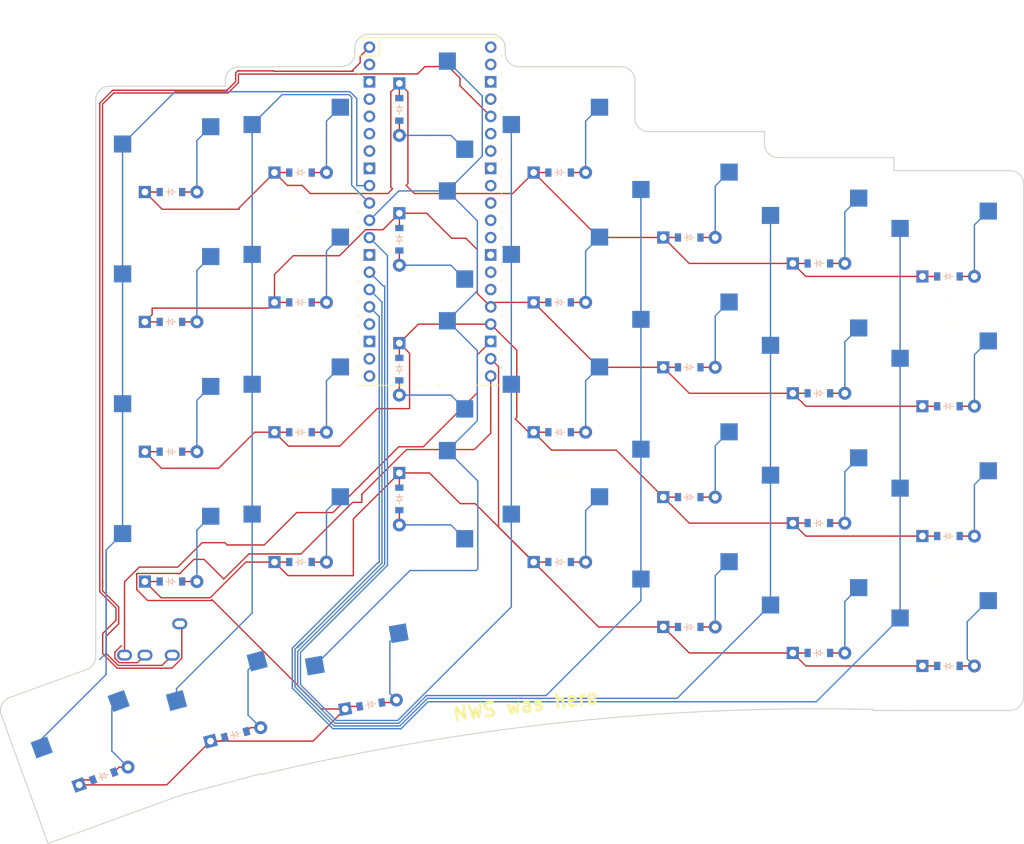
<source format=kicad_pcb>
(kicad_pcb (version 20241229) (generator "pcbnew") (generator_version "9.0")
  (title_block (title "right") (date "2025-08-21") (rev "v1.0.0") (company "Unknown"))
  (layers (0 "F.Cu" signal) (2 "B.Cu" signal) (13 "F.Paste" user) (15 "B.Paste" user) (5 "F.SilkS" user "F.Silkscreen") (7 "B.SilkS" user "B.Silkscreen") (1 "F.Mask" user) (3 "B.Mask" user) (25 "Edge.Cuts" user))
  (net 0 "")
  (net 1 "GP12")
  (net 2 "mirror_reachy_bottom")
  (net 3 "mirror_reachy_home")
  (net 4 "mirror_reachy_top")
  (net 5 "mirror_reachy_num")
  (net 6 "GP11")
  (net 7 "mirror_outer_bottom")
  (net 8 "mirror_outer_home")
  (net 9 "mirror_outer_top")
  (net 10 "mirror_outer_num")
  (net 11 "GP10")
  (net 12 "mirror_pinky_bottom")
  (net 13 "mirror_pinky_home")
  (net 14 "mirror_pinky_top")
  (net 15 "mirror_pinky_num")
  (net 16 "GP9")
  (net 17 "mirror_ring_bottom")
  (net 18 "mirror_ring_home")
  (net 19 "mirror_ring_top")
  (net 20 "mirror_ring_num")
  (net 21 "GP7")
  (net 22 "mirror_index_bottom")
  (net 23 "mirror_index_home")
  (net 24 "mirror_index_top")
  (net 25 "mirror_index_num")
  (net 26 "GP6")
  (net 27 "mirror_inner_bottom")
  (net 28 "mirror_inner_home")
  (net 29 "mirror_inner_top")
  (net 30 "mirror_inner_num")
  (net 31 "GP8")
  (net 32 "mirror_tuck_only")
  (net 33 "mirror_center_only")
  (net 34 "mirror_reach_only")
  (net 35 "mirror_middle_bottom")
  (net 36 "mirror_middle_home")
  (net 37 "mirror_middle_top")
  (net 38 "mirror_middle_num")
  (net 39 "GP17")
  (net 40 "GP18")
  (net 41 "GP19")
  (net 42 "GP20")
  (net 43 "GP16")
  (net 44 "3V3")
  (net 45 "GP0")
  (net 46 "GP1")
  (net 47 "GND")
  (net 48 "GP2")
  (net 49 "GP3")
  (net 50 "GP4")
  (net 51 "GP5")
  (net 52 "GP13")
  (net 53 "GP14")
  (net 54 "GP15")
  (net 55 "GP21")
  (net 56 "GP22")
  (net 57 "GP26")
  (net 58 "GP27")
  (net 59 "GP28")
  (net 60 "RUN")
  (net 61 "ADC_VREF")
  (net 62 "3V3_EN")
  (net 63 "VSYS")
  (net 64 "VBUS")
  (net 65 "AGND")
  (footprint "HOLE_M2_TH" (layer "F.Cu") (at 319 175.235)
    (property "Reference" "")
    (property "Value" "")
  )
  (footprint "ComboDiode" (layer "F.Cu") (at 281 189.26)
    (property "Reference" "D17" (hide yes))
    (property "Value" "" (hide yes))
  )
  (footprint "MX" (layer "F.Cu") (at 300 179.9975 -90)
    (property "Reference" "S28" (hide yes))
    (property "Value" "" (hide yes))
  )
  (footprint "HOLE_M2_TH" (layer "F.Cu") (at 281 175.235)
    (property "Reference" "")
    (property "Value" "")
  )
  (footprint "ComboDiode" (layer "F.Cu") (at 291.306417 210.146635 10)
    (property "Reference" "D25" (hide yes))
    (property "Value" "" (hide yes))
  )
  (footprint "MX" (layer "F.Cu") (at 338 194.285)
    (property "Reference" "S9" (hide yes))
    (property "Value" "" (hide yes))
  )
  (footprint "MX" (layer "F.Cu") (at 290.525 205.715 10)
    (property "Reference" "S25" (hide yes))
    (property "Value" "" (hide yes))
  )
  (footprint "ComboDiode" (layer "F.Cu") (at 271.486443 214.540617 15)
    (property "Reference" "D26" (hide yes))
    (property "Value" "" (hide yes))
  )
  (footprint "ComboDiode" (layer "F.Cu") (at 262 134.9675)
    (property "Reference" "D24" (hide yes))
    (property "Value" "" (hide yes))
  )
  (footprint "ComboDiode" (layer "F.Cu") (at 338 198.785)
    (property "Reference" "D9" (hide yes))
    (property "Value" "" (hide yes))
  )
  (footprint "ComboDiode" (layer "F.Cu") (at 338 160.685)
    (property "Reference" "D11" (hide yes))
    (property "Value" "" (hide yes))
  )
  (footprint "ComboDiode" (layer "F.Cu") (at 376 185.45)
    (property "Reference" "D2" (hide yes))
    (property "Value" "" (hide yes))
  )
  (footprint "ComboDiode" (layer "F.Cu") (at 262 154.0175)
    (property "Reference" "D23" (hide yes))
    (property "Value" "" (hide yes))
  )
  (footprint "MX" (layer "F.Cu") (at 319 146.66)
    (property "Reference" "S15" (hide yes))
    (property "Value" "" (hide yes))
  )
  (footprint "MX" (layer "F.Cu") (at 357 159.995)
    (property "Reference" "S7" (hide yes))
    (property "Value" "" (hide yes))
  )
  (footprint "ComboDiode" (layer "F.Cu") (at 295.5 179.9975 -90)
    (property "Reference" "D28" (hide yes))
    (property "Value" "" (hide yes))
  )
  (footprint "ComboDiode" (layer "F.Cu") (at 357 183.545)
    (property "Reference" "D6" (hide yes))
    (property "Value" "" (hide yes))
  )
  (footprint "MX" (layer "F.Cu") (at 262 130.4675)
    (property "Reference" "S24" (hide yes))
    (property "Value" "" (hide yes))
  )
  (footprint "MX" (layer "F.Cu") (at 319 127.61)
    (property "Reference" "S16" (hide yes))
    (property "Value" "" (hide yes))
  )
  (footprint "MX" (layer "F.Cu") (at 262 149.5175)
    (property "Reference" "S23" (hide yes))
    (property "Value" "" (hide yes))
  )
  (footprint "ComboDiode" (layer "F.Cu") (at 295.5 141.8975 -90)
    (property "Reference" "D30" (hide yes))
    (property "Value" "" (hide yes))
  )
  (footprint "MX" (layer "F.Cu") (at 376 180.95)
    (property "Reference" "S2" (hide yes))
    (property "Value" "" (hide yes))
  )
  (footprint "ComboDiode" (layer "F.Cu") (at 357 145.445)
    (property "Reference" "D8" (hide yes))
    (property "Value" "" (hide yes))
  )
  (footprint "MX" (layer "F.Cu") (at 319 165.71)
    (property "Reference" "S14" (hide yes))
    (property "Value" "" (hide yes))
  )
  (footprint "ComboDiode" (layer "F.Cu") (at 376 166.4)
    (property "Reference" "D3" (hide yes))
    (property "Value" "" (hide yes))
  )
  (footprint "MX" (layer "F.Cu") (at 376 200)
    (property "Reference" "S1" (hide yes))
    (property "Value" "" (hide yes))
  )
  (footprint "ComboDiode" (layer "F.Cu") (at 262 173.0675)
    (property "Reference" "D22" (hide yes))
    (property "Value" "" (hide yes))
  )
  (footprint "HOLE_M2_TH" (layer "F.Cu") (at 281 137.135)
    (property "Reference" "")
    (property "Value" "")
  )
  (footprint "ComboDiode" (layer "F.Cu") (at 295.5 122.8475 -90)
    (property "Reference" "D31" (hide yes))
    (property "Value" "" (hide yes))
  )
  (footprint "ComboDiode" (layer "F.Cu") (at 281 132.11)
    (property "Reference" "D20" (hide yes))
    (property "Value" "" (hide yes))
  )
  (footprint "MX" (layer "F.Cu") (at 281 165.71)
    (property "Reference" "S18" (hide yes))
    (property "Value" "" (hide yes))
  )
  (footprint "MX" (layer "F.Cu") (at 319 184.76)
    (property "Reference" "S13" (hide yes))
    (property "Value" "" (hide yes))
  )
  (footprint "MX" (layer "F.Cu") (at 357 198.095)
    (property "Reference" "S5" (hide yes))
    (property "Value" "" (hide yes))
  )
  (footprint "ComboDiode" (layer "F.Cu") (at 338 179.735)
    (property "Reference" "D10" (hide yes))
    (property "Value" "" (hide yes))
  )
  (footprint "MX" (layer "F.Cu") (at 281 127.61)
    (property "Reference" "S20" (hide yes))
    (property "Value" "" (hide yes))
  )
  (footprint "MX" (layer "F.Cu") (at 300 122.8475 -90)
    (property "Reference" "S31" (hide yes))
    (property "Value" "" (hide yes))
  )
  (footprint "ComboDiode" (layer "F.Cu") (at 295.5 160.9475 -90)
    (property "Reference" "D29" (hide yes))
    (property "Value" "" (hide yes))
  )
  (footprint "MX" (layer "F.Cu") (at 250.585761 216.416687 20)
    (property "Reference" "S27" (hide yes))
    (property "Value" "" (hide yes))
  )
  (footprint "ComboDiode" (layer "F.Cu") (at 319 189.26)
    (property "Reference" "D13" (hide yes))
    (property "Value" "" (hide yes))
  )
  (footprint "MX" (layer "F.Cu") (at 376 161.9)
    (property "Reference" "S3" (hide yes))
    (property "Value" "" (hide yes))
  )
  (footprint "MX" (layer "F.Cu") (at 338 156.185)
    (property "Reference" "S11" (hide yes))
    (property "Value" "" (hide yes))
  )
  (footprint "MX" (layer "F.Cu") (at 338 175.235)
    (property "Reference" "S10" (hide yes))
    (property "Value" "" (hide yes))
  )
  (footprint "ComboDiode" (layer "F.Cu") (at 281 170.21)
    (property "Reference" "D18" (hide yes))
    (property "Value" "" (hide yes))
  )
  (footprint "MX" (layer "F.Cu") (at 262 187.6175)
    (property "Reference" "S21" (hide yes))
    (property "Value" "" (hide yes))
  )
  (footprint "MX" (layer "F.Cu") (at 300 141.8975 -90)
    (property "Reference" "S30" (hide yes))
    (property "Value" "" (hide yes))
  )
  (footprint "MX" (layer "F.Cu") (at 262 168.5675)
    (property "Reference" "S22" (hide yes))
    (property "Value" "" (hide yes))
  )
  (footprint "ComboDiode" (layer "F.Cu") (at 338 141.635)
    (property "Reference" "D12" (hide yes))
    (property "Value" "" (hide yes))
  )
  (footprint "HOLE_M2_TH" (layer "F.Cu") (at 376 152.375)
    (property "Reference" "")
    (property "Value" "")
  )
  (footprint "ComboDiode" (layer "F.Cu") (at 262 192.1175)
    (property "Reference" "D21" (hide yes))
    (property "Value" "" (hide yes))
  )
  (footprint "ComboDiode" (layer "F.Cu") (at 319 170.21)
    (property "Reference" "D14" (hide yes))
    (property "Value" "" (hide yes))
  )
  (footprint "MX" (layer "F.Cu") (at 270.321758 210.193951 15)
    (property "Reference" "S26" (hide yes))
    (property "Value" "" (hide yes))
  )
  (footprint "ComboDiode" (layer "F.Cu") (at 281 151.16)
    (property "Reference" "D19" (hide yes))
    (property "Value" "" (hide yes))
  )
  (footprint "ComboDiode" (layer "F.Cu") (at 357 164.495)
    (property "Reference" "D7" (hide yes))
    (property "Value" "" (hide yes))
  )
  (footprint "MX" (layer "F.Cu") (at 281 184.76)
    (property "Reference" "S17" (hide yes))
    (property "Value" "" (hide yes))
  )
  (footprint "ComboDiode" (layer "F.Cu") (at 357 202.595)
    (property "Reference" "D5" (hide yes))
    (property "Value" "" (hide yes))
  )
  (footprint "HOLE_M2_TH" (layer "F.Cu") (at 260.83943 216.739174 20)
    (property "Reference" "")
    (property "Value" "")
  )
  (footprint "MX" (layer "F.Cu") (at 338 137.135)
    (property "Reference" "S12" (hide yes))
    (property "Value" "" (hide yes))
  )
  (footprint "MX" (layer "F.Cu") (at 281 146.66)
    (property "Reference" "S19" (hide yes))
    (property "Value" "" (hide yes))
  )
  (footprint "ComboDiode" (layer "F.Cu") (at 319 151.16)
    (property "Reference" "D15" (hide yes))
    (property "Value" "" (hide yes))
  )
  (footprint "HOLE_M2_TH" (layer "F.Cu") (at 376 190.475)
    (property "Reference" "")
    (property "Value" "")
  )
  (footprint "ComboDiode" (layer "F.Cu") (at 376 204.5)
    (property "Reference" "D1" (hide yes))
    (property "Value" "" (hide yes))
  )
  (footprint "ComboDiode" (layer "F.Cu") (at 376 147.35)
    (property "Reference" "D4" (hide yes))
    (property "Value" "" (hide yes))
  )
  (footprint "MX" (layer "F.Cu") (at 357 179.045)
    (property "Reference" "S6" (hide yes))
    (property "Value" "" (hide yes))
  )
  (footprint "MX" (layer "F.Cu") (at 300 160.9475 -90)
    (property "Reference" "S29" (hide yes))
    (property "Value" "" (hide yes))
  )
  (footprint "ComboDiode" (layer "F.Cu") (at 252.124852 220.645304 20)
    (property "Reference" "D27" (hide yes))
    (property "Value" "" (hide yes))
  )
  (footprint "RPi_Pico_SMD_TH" (layer "F.Cu") (at 300 137.8475)
    (property "Reference" "_1" (hide yes))
    (property "Value" "RPi_Pico_SMD_TH")
  )
  (footprint "ComboDiode" (layer "F.Cu") (at 319 132.11)
    (property "Reference" "D16" (hide yes))
    (property "Value" "" (hide yes))
  )
  (footprint "MX" (layer "F.Cu") (at 357 140.945)
    (property "Reference" "S8" (hide yes))
    (property "Value" "" (hide yes))
  )
  (footprint "MX" (layer "F.Cu") (at 376 142.85)
    (property "Reference" "S4" (hide yes))
    (property "Value" "" (hide yes))
  )
  (footprint "ceoloide:trrs_pj320a" (layer "B.Cu") (at 252 200.6175 90)
    (property "Reference" "TRRS1" (hide yes))
    (property "Value" "")
  )
  (gr_line (start 368.025 131.825) (end 368.025 129.92) (stroke (width 0.15)) (layer "Edge.Cuts"))
  (gr_arc (start 250.975 203.14204) (mid 250.613289 204.289175) (end 249.65904 205.021426) (stroke (width 0.15)) (layer "Edge.Cuts"))
  (gr_line (start 269.975 118.585) (end 269.975 119.4425) (stroke (width 0.15)) (layer "Edge.Cuts"))
  (gr_line (start 330.025 124.11) (end 330.025 118.585) (stroke (width 0.15)) (layer "Edge.Cuts"))
  (gr_arc (start 351.025 129.92) (mid 349.610786 129.334214) (end 349.025 127.92) (stroke (width 0.15)) (layer "Edge.Cuts"))
  (gr_line (start 249.65904 205.021426) (end 238.334263 209.143307) (stroke (width 0.15)) (layer "Edge.Cuts"))
  (gr_arc (start 385.025 131.825) (mid 386.439214 132.410786) (end 387.025 133.825) (stroke (width 0.15)) (layer "Edge.Cuts"))
  (gr_line (start 250.975 203.14204) (end 250.975 121.4425) (stroke (width 0.15)) (layer "Edge.Cuts"))
  (gr_line (start 364.975 210.878445) (end 364.975 211.025) (stroke (width 0.15)) (layer "Edge.Cuts"))
  (gr_line (start 311.025 114.585) (end 311.025 113.8225) (stroke (width 0.15)) (layer "Edge.Cuts"))
  (gr_line (start 263.636354 223.399219) (end 275.199969 220.300758) (stroke (width 0.15)) (layer "Edge.Cuts"))
  (gr_arc (start 328.025 116.585) (mid 329.439214 117.170786) (end 330.025 118.585) (stroke (width 0.15)) (layer "Edge.Cuts"))
  (gr_line (start 364.975 211.025) (end 369.848094 211.025) (stroke (width 0.15)) (layer "Edge.Cuts"))
  (gr_line (start 243.996422 230.54757) (end 263.636354 223.399219) (stroke (width 0.15)) (layer "Edge.Cuts"))
  (gr_line (start 269.975 119.4425) (end 252.975 119.4425) (stroke (width 0.15)) (layer "Edge.Cuts"))
  (gr_arc (start 369.848094 211.025) (mid 370.0674 211.033193) (end 370.286701 211.041524) (stroke (width 0.15)) (layer "Edge.Cuts"))
  (gr_arc (start 313.025 116.585) (mid 311.610786 115.999214) (end 311.025 114.585) (stroke (width 0.15)) (layer "Edge.Cuts"))
  (gr_line (start 387.025 209.025) (end 387.025 133.825) (stroke (width 0.15)) (layer "Edge.Cuts"))
  (gr_arc (start 269.975 118.585) (mid 270.560786 117.170786) (end 271.975 116.585) (stroke (width 0.15)) (layer "Edge.Cuts"))
  (gr_line (start 288.975 113.8225) (end 288.975 114.585) (stroke (width 0.15)) (layer "Edge.Cuts"))
  (gr_arc (start 288.975 114.585) (mid 288.389214 115.999214) (end 286.975 116.585) (stroke (width 0.15)) (layer "Edge.Cuts"))
  (gr_line (start 309.025 111.8225) (end 290.975 111.8225) (stroke (width 0.15)) (layer "Edge.Cuts"))
  (gr_arc (start 275.225539 220.445772) (mid 319.790574 212.75691) (end 364.975 210.878445) (stroke (width 0.15)) (layer "Edge.Cuts"))
  (gr_line (start 368.025 129.92) (end 351.025 129.92) (stroke (width 0.15)) (layer "Edge.Cuts"))
  (gr_line (start 385.025 131.825) (end 368.025 131.825) (stroke (width 0.15)) (layer "Edge.Cuts"))
  (gr_line (start 349.025 127.92) (end 349.025 126.11) (stroke (width 0.15)) (layer "Edge.Cuts"))
  (gr_line (start 286.975 116.585) (end 271.975 116.585) (stroke (width 0.15)) (layer "Edge.Cuts"))
  (gr_line (start 349.025 126.11) (end 332.025 126.11) (stroke (width 0.15)) (layer "Edge.Cuts"))
  (gr_line (start 370.286701 211.041524) (end 370.283787 211.025) (stroke (width 0.15)) (layer "Edge.Cuts"))
  (gr_line (start 237.138918 211.706733) (end 243.996422 230.54757) (stroke (width 0.15)) (layer "Edge.Cuts"))
  (gr_arc (start 387.025 209.025) (mid 386.439214 210.439214) (end 385.025 211.025) (stroke (width 0.15)) (layer "Edge.Cuts"))
  (gr_arc (start 309.025 111.8225) (mid 310.439214 112.408286) (end 311.025 113.8225) (stroke (width 0.15)) (layer "Edge.Cuts"))
  (gr_line (start 370.283787 211.025) (end 385.025 211.025) (stroke (width 0.15)) (layer "Edge.Cuts"))
  (gr_arc (start 250.975 121.4425) (mid 251.560786 120.028286) (end 252.975 119.4425) (stroke (width 0.15)) (layer "Edge.Cuts"))
  (gr_arc (start 237.138918 211.706733) (mid 237.205692 210.177461) (end 238.334263 209.143307) (stroke (width 0.15)) (layer "Edge.Cuts"))
  (gr_line (start 275.199969 220.300758) (end 275.225539 220.445772) (stroke (width 0.15)) (layer "Edge.Cuts"))
  (gr_arc (start 332.025 126.11) (mid 330.610786 125.524214) (end 330.025 124.11) (stroke (width 0.15)) (layer "Edge.Cuts"))
  (gr_line (start 328.025 116.585) (end 313.025 116.585) (stroke (width 0.15)) (layer "Edge.Cuts"))
  (gr_arc (start 288.975 113.8225) (mid 289.560786 112.408286) (end 290.975 111.8225) (stroke (width 0.15)) (layer "Edge.Cuts"))
  (gr_text "NWS was here" (at 303.170538 211.608663 7) (layer "F.SilkS") (effects (font (size 2 2) (thickness 0.4)) (justify left)))
  (segment (start 279.797 201.8859) (end 292.28355 189.39935) (width 0.2) (layer "B.Cu") (net 1))
  (segment (start 314 209.75) (end 299.7013 209.75) (width 0.2) (layer "B.Cu") (net 1))
  (segment (start 368.915 140.31) (end 368.915 197.46) (width 0.2) (layer "B.Cu") (net 1))
  (segment (start 356.625 209.75) (end 314 209.75) (width 0.2) (layer "B.Cu") (net 1))
  (segment (start 368.915 197.46) (end 356.625 209.75) (width 0.2) (layer "B.Cu") (net 1))
  (segment (start 314 209.75) (end 312.25 209.75) (width 0.2) (layer "B.Cu") (net 1))
  (segment (start 295.7483 213.703) (end 285.7517 213.703) (width 0.2) (layer "B.Cu") (net 1))
  (segment (start 279.797 207.7483) (end 279.797 201.8859) (width 0.2) (layer "B.Cu") (net 1))
  (segment (start 292.28355 189.39935) (end 292.39935 189.39935) (width 0.2) (layer "B.Cu") (net 1))
  (segment (start 292.547 189.2517) (end 292.547 153.2545) (width 0.2) (layer "B.Cu") (net 1))
  (segment (start 292.39935 189.39935) (end 292.547 189.2517) (width 0.2) (layer "B.Cu") (net 1))
  (segment (start 292.547 153.2545) (end 291.11 151.8175) (width 0.2) (layer "B.Cu") (net 1))
  (segment (start 285.7517 213.703) (end 279.797 207.7483) (width 0.2) (layer "B.Cu") (net 1))
  (segment (start 299.7013 209.75) (end 295.7483 213.703) (width 0.2) (layer "B.Cu") (net 1))
  (segment (start 379.81 204.5) (end 377.65 204.5) (width 0.2) (layer "F.Cu") (net 2))
  (segment (start 381.842 194.92) (end 378.762 198) (width 0.2) (layer "B.Cu") (net 2))
  (segment (start 378.762 203.452) (end 379.81 204.5) (width 0.2) (layer "B.Cu") (net 2))
  (segment (start 378.762 198) (end 378.762 203.452) (width 0.2) (layer "B.Cu") (net 2))
  (segment (start 379.81 185.45) (end 377.65 185.45) (width 0.2) (layer "F.Cu") (net 3))
  (segment (start 381.842 175.87) (end 379.81 177.902) (width 0.2) (layer "B.Cu") (net 3))
  (segment (start 379.81 177.902) (end 379.81 185.45) (width 0.2) (layer "B.Cu") (net 3))
  (segment (start 379.81 166.4) (end 377.65 166.4) (width 0.2) (layer "F.Cu") (net 4))
  (segment (start 381.842 156.82) (end 379.81 158.852) (width 0.2) (layer "B.Cu") (net 4))
  (segment (start 379.81 158.852) (end 379.81 166.4) (width 0.2) (layer "B.Cu") (net 4))
  (segment (start 379.81 147.35) (end 377.65 147.35) (width 0.2) (layer "F.Cu") (net 5))
  (segment (start 381.842 137.77) (end 379.81 139.802) (width 0.2) (layer "B.Cu") (net 5))
  (segment (start 379.81 139.802) (end 379.81 147.35) (width 0.2) (layer "B.Cu") (net 5))
  (segment (start 280.5 201.75) (end 280.6158 201.75) (width 0.2) (layer "B.Cu") (net 6))
  (segment (start 349.915 195.555) (end 336.22 209.25) (width 0.2) (layer "B.Cu") (net 6))
  (segment (start 314.25 209.25) (end 312.5 209.25) (width 0.2) (layer "B.Cu") (net 6))
  (segment (start 299.6342 209.25) (end 295.5822 213.302) (width 0.2) (layer "B.Cu") (net 6))
  (segment (start 292.948 151.1155) (end 291.11 149.2775) (width 0.2) (layer "B.Cu") (net 6))
  (segment (start 280.5 201.75) (end 281.25 201) (width 0.2) (layer "B.Cu") (net 6))
  (segment (start 280.198 202.052) (end 280.5 201.75) (width 0.2) (layer "B.Cu") (net 6))
  (segment (start 295.5822 213.302) (end 289.5 213.302) (width 0.2) (layer "B.Cu") (net 6))
  (segment (start 280.198 207.5822) (end 280.198 202.052) (width 0.2) (layer "B.Cu") (net 6))
  (segment (start 289.5 213.302) (end 285.9178 213.302) (width 0.2) (layer "B.Cu") (net 6))
  (segment (start 336.22 209.25) (end 314.25 209.25) (width 0.2) (layer "B.Cu") (net 6))
  (segment (start 314.25 209.25) (end 299.6342 209.25) (width 0.2) (layer "B.Cu") (net 6))
  (segment (start 285.9178 213.302) (end 280.198 207.5822) (width 0.2) (layer "B.Cu") (net 6))
  (segment (start 292.948 189.4178) (end 292.948 151.1155) (width 0.2) (layer "B.Cu") (net 6))
  (segment (start 280.6158 201.75) (end 292.948 189.4178) (width 0.2) (layer "B.Cu") (net 6))
  (segment (start 349.915 138.405) (end 349.915 195.555) (width 0.2) (layer "B.Cu") (net 6))
  (segment (start 360.81 202.595) (end 358.65 202.595) (width 0.2) (layer "F.Cu") (net 7))
  (segment (start 360.81 195.047) (end 360.81 202.595) (width 0.2) (layer "B.Cu") (net 7))
  (segment (start 362.842 193.015) (end 360.81 195.047) (width 0.2) (layer "B.Cu") (net 7))
  (segment (start 360.81 183.545) (end 358.65 183.545) (width 0.2) (layer "F.Cu") (net 8))
  (segment (start 362.842 173.965) (end 360.81 175.997) (width 0.2) (layer "B.Cu") (net 8))
  (segment (start 360.81 175.997) (end 360.81 183.545) (width 0.2) (layer "B.Cu") (net 8))
  (segment (start 360.81 164.495) (end 358.65 164.495) (width 0.2) (layer "F.Cu") (net 9))
  (segment (start 362.842 154.915) (end 360.81 156.947) (width 0.2) (layer "B.Cu") (net 9))
  (segment (start 360.81 156.947) (end 360.81 164.495) (width 0.2) (layer "B.Cu") (net 9))
  (segment (start 360.81 145.445) (end 358.65 145.445) (width 0.2) (layer "F.Cu") (net 10))
  (segment (start 362.842 135.865) (end 360.81 137.897) (width 0.2) (layer "B.Cu") (net 10))
  (segment (start 360.81 137.897) (end 360.81 145.445) (width 0.2) (layer "B.Cu") (net 10))
  (segment (start 313.5 208.849) (end 299.4681 208.849) (width 0.2) (layer "B.Cu") (net 11))
  (segment (start 330.915 194.934) (end 317 208.849) (width 0.2) (layer "B.Cu") (net 11))
  (segment (start 330.915 134.595) (end 330.915 191.745) (width 0.2) (layer "B.Cu") (net 11))
  (segment (start 295.4161 212.901) (end 286.0839 212.901) (width 0.2) (layer "B.Cu") (net 11))
  (segment (start 293.349 148.75) (end 293.1225 148.75) (width 0.2) (layer "B.Cu") (net 11))
  (segment (start 293.349 189.5839) (end 293.349 148.75) (width 0.2) (layer "B.Cu") (net 11))
  (segment (start 280.599 202.3339) (end 293.349 189.5839) (width 0.2) (layer "B.Cu") (net 11))
  (segment (start 286.0839 212.901) (end 280.599 207.4161) (width 0.2) (layer "B.Cu") (net 11))
  (segment (start 299.4681 208.849) (end 295.4161 212.901) (width 0.2) (layer "B.Cu") (net 11))
  (segment (start 330.915 191.745) (end 330.915 194.934) (width 0.2) (layer "B.Cu") (net 11))
  (segment (start 293.1225 148.75) (end 291.11 146.7375) (width 0.2) (layer "B.Cu") (net 11))
  (segment (start 313.5 208.849) (end 313 208.849) (width 0.2) (layer "B.Cu") (net 11))
  (segment (start 317 208.849) (end 313.5 208.849) (width 0.2) (layer "B.Cu") (net 11))
  (segment (start 280.599 207.4161) (end 280.599 202.3339) (width 0.2) (layer "B.Cu") (net 11))
  (segment (start 341.81 198.785) (end 339.65 198.785) (width 0.2) (layer "F.Cu") (net 12))
  (segment (start 343.842 189.205) (end 341.81 191.237) (width 0.2) (layer "B.Cu") (net 12))
  (segment (start 341.81 191.237) (end 341.81 198.785) (width 0.2) (layer "B.Cu") (net 12))
  (segment (start 341.81 179.735) (end 339.65 179.735) (width 0.2) (layer "F.Cu") (net 13))
  (segment (start 343.842 170.155) (end 341.81 172.187) (width 0.2) (layer "B.Cu") (net 13))
  (segment (start 341.81 172.187) (end 341.81 179.735) (width 0.2) (layer "B.Cu") (net 13))
  (segment (start 341.81 160.685) (end 339.65 160.685) (width 0.2) (layer "F.Cu") (net 14))
  (segment (start 343.842 151.105) (end 341.81 153.137) (width 0.2) (layer "B.Cu") (net 14))
  (segment (start 341.81 153.137) (end 341.81 160.685) (width 0.2) (layer "B.Cu") (net 14))
  (segment (start 341.81 141.635) (end 339.65 141.635) (width 0.2) (layer "F.Cu") (net 15))
  (segment (start 343.842 132.055) (end 341.81 134.087) (width 0.2) (layer "B.Cu") (net 15))
  (segment (start 341.81 134.087) (end 341.81 141.635) (width 0.2) (layer "B.Cu") (net 15))
  (segment (start 295.25 212.5) (end 286.25 212.5) (width 0.2) (layer "B.Cu") (net 16))
  (segment (start 311.915 195.835) (end 295.25 212.5) (width 0.2) (layer "B.Cu") (net 16))
  (segment (start 293.75 144.2975) (end 291.11 141.6575) (width 0.2) (layer "B.Cu") (net 16))
  (segment (start 311.915 182.22) (end 311.915 195.835) (width 0.2) (layer "B.Cu") (net 16))
  (segment (start 286.25 212.5) (end 281 207.25) (width 0.2) (layer "B.Cu") (net 16))
  (segment (start 281 207.25) (end 281 202.5) (width 0.2) (layer "B.Cu") (net 16))
  (segment (start 281 202.5) (end 293.75 189.75) (width 0.2) (layer "B.Cu") (net 16))
  (segment (start 311.915 125.07) (end 311.915 182.22) (width 0.2) (layer "B.Cu") (net 16))
  (segment (start 293.75 189.75) (end 293.75 144.2975) (width 0.2) (layer "B.Cu") (net 16))
  (segment (start 322.81 189.26) (end 320.65 189.26) (width 0.2) (layer "F.Cu") (net 17))
  (segment (start 324.842 179.68) (end 322.81 181.712) (width 0.2) (layer "B.Cu") (net 17))
  (segment (start 322.81 181.712) (end 322.81 189.26) (width 0.2) (layer "B.Cu") (net 17))
  (segment (start 322.81 170.21) (end 320.65 170.21) (width 0.2) (layer "F.Cu") (net 18))
  (segment (start 322.81 162.662) (end 322.81 170.21) (width 0.2) (layer "B.Cu") (net 18))
  (segment (start 324.842 160.63) (end 322.81 162.662) (width 0.2) (layer "B.Cu") (net 18))
  (segment (start 322.81 151.16) (end 320.65 151.16) (width 0.2) (layer "F.Cu") (net 19))
  (segment (start 324.842 141.58) (end 322.81 143.612) (width 0.2) (layer "B.Cu") (net 19))
  (segment (start 322.81 143.612) (end 322.81 151.16) (width 0.2) (layer "B.Cu") (net 19))
  (segment (start 322.81 132.11) (end 320.65 132.11) (width 0.2) (layer "F.Cu") (net 20))
  (segment (start 324.842 122.53) (end 322.81 124.562) (width 0.2) (layer "B.Cu") (net 20))
  (segment (start 322.81 124.562) (end 322.81 132.11) (width 0.2) (layer "B.Cu") (net 20))
  (segment (start 273.915 196.733464) (end 262.820773 207.827691) (width 0.2) (layer "B.Cu") (net 21))
  (segment (start 288.5 133.9675) (end 291.11 136.5775) (width 0.2) (layer "B.Cu") (net 21))
  (segment (start 273.915 125.07) (end 278.306 120.679) (width 0.2) (layer "B.Cu") (net 21))
  (segment (start 278.306 120.679) (end 288.118 120.679) (width 0.2) (layer "B.Cu") (net 21))
  (segment (start 288.118 120.679) (end 288.5 121.061) (width 0.2) (layer "B.Cu") (net 21))
  (segment (start 273.915 182.22) (end 273.915 196.733464) (width 0.2) (layer "B.Cu") (net 21))
  (segment (start 273.915 125.07) (end 273.915 182.22) (width 0.2) (layer "B.Cu") (net 21))
  (segment (start 288.5 121.061) (end 288.5 133.9675) (width 0.2) (layer "B.Cu") (net 21))
  (segment (start 262.820773 207.827691) (end 262.820773 209.574232) (width 0.2) (layer "B.Cu") (net 21))
  (segment (start 284.81 189.26) (end 282.65 189.26) (width 0.2) (layer "F.Cu") (net 22))
  (segment (start 286.842 179.68) (end 284.81 181.712) (width 0.2) (layer "B.Cu") (net 22))
  (segment (start 284.81 181.712) (end 284.81 189.26) (width 0.2) (layer "B.Cu") (net 22))
  (segment (start 282.65 170.21) (end 284.81 170.21) (width 0.2) (layer "F.Cu") (net 23))
  (segment (start 286.842 160.63) (end 284.81 162.662) (width 0.2) (layer "B.Cu") (net 23))
  (segment (start 284.81 162.662) (end 284.81 170.21) (width 0.2) (layer "B.Cu") (net 23))
  (segment (start 284.81 151.16) (end 282.65 151.16) (width 0.2) (layer "F.Cu") (net 24))
  (segment (start 286.842 141.58) (end 284.81 143.612) (width 0.2) (layer "B.Cu") (net 24))
  (segment (start 284.81 143.612) (end 284.81 151.16) (width 0.2) (layer "B.Cu") (net 24))
  (segment (start 284.81 132.11) (end 282.65 132.11) (width 0.2) (layer "F.Cu") (net 25))
  (segment (start 284.81 124.562) (end 284.81 132.11) (width 0.2) (layer "B.Cu") (net 25))
  (segment (start 286.842 122.53) (end 284.81 124.562) (width 0.2) (layer "B.Cu") (net 25))
  (segment (start 252.5 202.618726) (end 251.566707 203.552019) (width 0.2) (layer "B.Cu") (net 26))
  (segment (start 254.915 127.9275) (end 254.915 185.0775) (width 0.2) (layer "B.Cu") (net 26))
  (segment (start 289.25 121.2439) (end 289.25 134) (width 0.2) (layer "B.Cu") (net 26))
  (segment (start 288.2561 120.25) (end 289.25 121.2439) (width 0.2) (layer "B.Cu") (net 26))
  (segment (start 252.5 205.75) (end 243.059308 215.190692) (width 0.2) (layer "B.Cu") (net 26))
  (segment (start 289.25 134) (end 289.2875 134.0375) (width 0.2) (layer "B.Cu") (net 26))
  (segment (start 243.059308 215.190692) (end 243.059308 216.45308) (width 0.2) (layer "B.Cu") (net 26))
  (segment (start 252.5 187.4925) (end 252.5 205.75) (width 0.2) (layer "B.Cu") (net 26))
  (segment (start 252.5 187.4925) (end 252.5 202.618726) (width 0.2) (layer "B.Cu") (net 26))
  (segment (start 254.915 127.9275) (end 262.5925 120.25) (width 0.2) (layer "B.Cu") (net 26))
  (segment (start 289.2875 134.0375) (end 291.11 134.0375) (width 0.2) (layer "B.Cu") (net 26))
  (segment (start 254.915 185.0775) (end 252.5 187.4925) (width 0.2) (layer "B.Cu") (net 26))
  (segment (start 262.5925 120.25) (end 288.2561 120.25) (width 0.2) (layer "B.Cu") (net 26))
  (segment (start 265.81 192.1175) (end 263.65 192.1175) (width 0.2) (layer "F.Cu") (net 27))
  (segment (start 265.81 184.5695) (end 265.81 192.1175) (width 0.2) (layer "B.Cu") (net 27))
  (segment (start 267.842 182.5375) (end 265.81 184.5695) (width 0.2) (layer "B.Cu") (net 27))
  (segment (start 265.81 173.0675) (end 263.65 173.0675) (width 0.2) (layer "F.Cu") (net 28))
  (segment (start 265.81 165.5195) (end 265.81 173.0675) (width 0.2) (layer "B.Cu") (net 28))
  (segment (start 267.842 163.4875) (end 265.81 165.5195) (width 0.2) (layer "B.Cu") (net 28))
  (segment (start 265.81 154.0175) (end 263.65 154.0175) (width 0.2) (layer "F.Cu") (net 29))
  (segment (start 265.81 146.4695) (end 265.81 154.0175) (width 0.2) (layer "B.Cu") (net 29))
  (segment (start 267.842 144.4375) (end 265.81 146.4695) (width 0.2) (layer "B.Cu") (net 29))
  (segment (start 265.81 134.9675) (end 263.65 134.9675) (width 0.2) (layer "F.Cu") (net 30))
  (segment (start 265.81 127.4195) (end 265.81 134.9675) (width 0.2) (layer "B.Cu") (net 30))
  (segment (start 267.842 125.3875) (end 265.81 127.4195) (width 0.2) (layer "B.Cu") (net 30))
  (segment (start 307.6485 129.704) (end 302.54 134.8125) (width 0.2) (layer "B.Cu") (net 31))
  (segment (start 302.54 134.8125) (end 306.931 139.2035) (width 0.2) (layer "B.Cu") (net 31))
  (segment (start 302.54 115.7625) (end 307.6485 120.871) (width 0.2) (layer "B.Cu") (net 31))
  (segment (start 302.54 153.8625) (end 306.931 158.2535) (width 0.2) (layer "B.Cu") (net 31))
  (segment (start 307.6485 120.871) (end 307.6485 129.704) (width 0.2) (layer "B.Cu") (net 31))
  (segment (start 302.54 134.8125) (end 295.415 134.8125) (width 0.2) (layer "B.Cu") (net 31))
  (segment (start 307 177.3725) (end 307 190.25) (width 0.2) (layer "B.Cu") (net 31))
  (segment (start 306.931 139.2035) (end 306.931 149.4715) (width 0.2) (layer "B.Cu") (net 31))
  (segment (start 306.931 168.5215) (end 302.54 172.9125) (width 0.2) (layer "B.Cu") (net 31))
  (segment (start 295.415 134.8125) (end 291.11 139.1175) (width 0.2) (layer "B.Cu") (net 31))
  (segment (start 307 190.25) (end 306.75 190.5) (width 0.2) (layer "B.Cu") (net 31))
  (segment (start 306.75 190.5) (end 297.050457 190.5) (width 0.2) (layer "B.Cu") (net 31))
  (segment (start 297.050457 190.5) (end 283.106571 204.443886) (width 0.2) (layer "B.Cu") (net 31))
  (segment (start 306.931 149.4715) (end 302.54 153.8625) (width 0.2) (layer "B.Cu") (net 31))
  (segment (start 302.54 172.9125) (end 307 177.3725) (width 0.2) (layer "B.Cu") (net 31))
  (segment (start 306.931 158.2535) (end 306.931 168.5215) (width 0.2) (layer "B.Cu") (net 31))
  (segment (start 292.93135 209.860116) (end 294.683454 209.860116) (width 0.2) (layer "F.Cu") (net 32))
  (segment (start 294.683454 209.860116) (end 295.058535 209.485035) (width 0.2) (layer "F.Cu") (net 32))
  (segment (start 295.396114 199.697724) (end 294.106035 200.987803) (width 0.2) (layer "B.Cu") (net 32))
  (segment (start 294.106035 208.532535) (end 295.058535 209.485035) (width 0.2) (layer "B.Cu") (net 32))
  (segment (start 294.106035 200.987803) (end 294.106035 208.532535) (width 0.2) (layer "B.Cu") (net 32))
  (segment (start 273.639271 213.554516) (end 275.16662 213.554516) (width 0.2) (layer "F.Cu") (net 33))
  (segment (start 273.080221 214.113566) (end 273.639271 213.554516) (width 0.2) (layer "F.Cu") (net 33))
  (segment (start 273.311409 211.699305) (end 275.16662 213.554516) (width 0.2) (layer "B.Cu") (net 33))
  (segment (start 274.649896 203.775027) (end 273.311409 205.113514) (width 0.2) (layer "B.Cu") (net 33))
  (segment (start 273.311409 205.113514) (end 273.311409 211.699305) (width 0.2) (layer "B.Cu") (net 33))
  (segment (start 254.414109 219.342207) (end 255.705081 219.342207) (width 0.2) (layer "F.Cu") (net 34))
  (segment (start 253.675345 220.080971) (end 254.414109 219.342207) (width 0.2) (layer "F.Cu") (net 34))
  (segment (start 253.34322 216.980346) (end 255.705081 219.342207) (width 0.2) (layer "B.Cu") (net 34))
  (segment (start 254.337983 209.644967) (end 253.34322 210.63973) (width 0.2) (layer "B.Cu") (net 34))
  (segment (start 253.34322 210.63973) (end 253.34322 216.980346) (width 0.2) (layer "B.Cu") (net 34))
  (segment (start 295.5 183.8075) (end 295.5 181.6475) (width 0.2) (layer "F.Cu") (net 35))
  (segment (start 303.048 183.8075) (end 295.5 183.8075) (width 0.2) (layer "B.Cu") (net 35))
  (segment (start 305.08 185.8395) (end 303.048 183.8075) (width 0.2) (layer "B.Cu") (net 35))
  (segment (start 295.5 164.7575) (end 295.5 162.5975) (width 0.2) (layer "F.Cu") (net 36))
  (segment (start 305.08 166.7895) (end 303.048 164.7575) (width 0.2) (layer "B.Cu") (net 36))
  (segment (start 303.048 164.7575) (end 295.5 164.7575) (width 0.2) (layer "B.Cu") (net 36))
  (segment (start 295.5 145.7075) (end 295.5 143.5475) (width 0.2) (layer "F.Cu") (net 37))
  (segment (start 303.048 145.7075) (end 295.5 145.7075) (width 0.2) (layer "B.Cu") (net 37))
  (segment (start 305.08 147.7395) (end 303.048 145.7075) (width 0.2) (layer "B.Cu") (net 37))
  (segment (start 295.5 126.6575) (end 295.5 124.4975) (width 0.2) (layer "F.Cu") (net 38))
  (segment (start 303.048 126.6575) (end 295.5 126.6575) (width 0.2) (layer "B.Cu") (net 38))
  (segment (start 305.08 128.6895) (end 303.048 126.6575) (width 0.2) (layer "B.Cu") (net 38))
  (segment (start 272.99 189.26) (end 277.19 189.26) (width 0.2) (layer "F.Cu") (net 39))
  (segment (start 277.19 189.26) (end 279.18 191.25) (width 0.2) (layer "F.Cu") (net 39))
  (segment (start 306.6165 180.6865) (end 315.19 189.26) (width 0.2) (layer "F.Cu") (net 39))
  (segment (start 310.041 184.111) (end 310.041 160.5885) (width 0.2) (layer "F.Cu") (net 39))
  (segment (start 372.19 204.5) (end 355.095 204.5) (width 0.2) (layer "F.Cu") (net 39))
  (segment (start 258.19 192.1175) (end 260.5725 194.5) (width 0.2) (layer "F.Cu") (net 39))
  (segment (start 295.5 176.1875) (end 295.5 178.3475) (width 0.2) (layer "F.Cu") (net 39))
  (segment (start 260.5725 194.5) (end 267.75 194.5) (width 0.2) (layer "F.Cu") (net 39))
  (segment (start 279.35 189.26) (end 277.19 189.26) (width 0.2) (layer "F.Cu") (net 39))
  (segment (start 355.35 202.595) (end 353.19 202.595) (width 0.2) (layer "F.Cu") (net 39))
  (segment (start 317.35 189.26) (end 315.19 189.26) (width 0.2) (layer "F.Cu") (net 39))
  (segment (start 334.19 198.785) (end 324.715 198.785) (width 0.2) (layer "F.Cu") (net 39))
  (segment (start 288.75 191.25) (end 288.75 182.9375) (width 0.2) (layer "F.Cu") (net 39))
  (segment (start 338 202.595) (end 334.19 198.785) (width 0.2) (layer "F.Cu") (net 39))
  (segment (start 304.421291 180.6865) (end 306.6165 180.6865) (width 0.2) (layer "F.Cu") (net 39))
  (segment (start 324.715 198.785) (end 315.19 189.26) (width 0.2) (layer "F.Cu") (net 39))
  (segment (start 295.5 176.1875) (end 299.922291 176.1875) (width 0.2) (layer "F.Cu") (net 39))
  (segment (start 374.35 204.5) (end 372.19 204.5) (width 0.2) (layer "F.Cu") (net 39))
  (segment (start 288.75 182.9375) (end 295.5 176.1875) (width 0.2) (layer "F.Cu") (net 39))
  (segment (start 260.35 192.1175) (end 258.19 192.1175) (width 0.2) (layer "F.Cu") (net 39))
  (segment (start 267.75 194.5) (end 272.99 189.26) (width 0.2) (layer "F.Cu") (net 39))
  (segment (start 355.095 204.5) (end 353.19 202.595) (width 0.2) (layer "F.Cu") (net 39))
  (segment (start 336.35 198.785) (end 334.19 198.785) (width 0.2) (layer "F.Cu") (net 39))
  (segment (start 299.922291 176.1875) (end 304.421291 180.6865) (width 0.2) (layer "F.Cu") (net 39))
  (segment (start 315.19 189.26) (end 310.041 184.111) (width 0.2) (layer "F.Cu") (net 39))
  (segment (start 353.19 202.595) (end 338 202.595) (width 0.2) (layer "F.Cu") (net 39))
  (segment (start 310.041 160.5885) (end 308.89 159.4375) (width 0.2) (layer "F.Cu") (net 39))
  (segment (start 279.18 191.25) (end 288.75 191.25) (width 0.2) (layer "F.Cu") (net 39))
  (segment (start 277.19 170.21) (end 279.35 170.21) (width 0.2) (layer "F.Cu") (net 40))
  (segment (start 336.35 179.735) (end 334.19 179.735) (width 0.2) (layer "F.Cu") (net 40))
  (segment (start 317.35 170.21) (end 315.19 170.21) (width 0.2) (layer "F.Cu") (net 40))
  (segment (start 260.35 173.0675) (end 258.19 173.0675) (width 0.2) (layer "F.Cu") (net 40))
  (segment (start 312.7181 168.0319) (end 312.5 168.25) (width 0.2) (layer "F.Cu") (net 40))
  (segment (start 312.7181 158.1856) (end 312.7181 168.0319) (width 0.2) (layer "F.Cu") (net 40))
  (segment (start 338 183.545) (end 334.19 179.735) (width 0.2) (layer "F.Cu") (net 40))
  (segment (start 260.6225 175.5) (end 269 175.5) (width 0.2) (layer "F.Cu") (net 40))
  (segment (start 298.28 154.3575) (end 308.89 154.3575) (width 0.2) (layer "F.Cu") (net 40))
  (segment (start 314.46 170.21) (end 315.19 170.21) (width 0.2) (layer "F.Cu") (net 40))
  (segment (start 308.89 154.3575) (end 312.7181 158.1856) (width 0.2) (layer "F.Cu") (net 40))
  (segment (start 295.5 157.1375) (end 295.5 159.2975) (width 0.2) (layer "F.Cu") (net 40))
  (segment (start 297 166.75) (end 297 158.6375) (width 0.2) (layer "F.Cu") (net 40))
  (segment (start 269 175.5) (end 274.29 170.21) (width 0.2) (layer "F.Cu") (net 40))
  (segment (start 374.35 185.45) (end 372.19 185.45) (width 0.2) (layer "F.Cu") (net 40))
  (segment (start 372.19 185.45) (end 355.095 185.45) (width 0.2) (layer "F.Cu") (net 40))
  (segment (start 286.75 172.25) (end 292.25 166.75) (width 0.2) (layer "F.Cu") (net 40))
  (segment (start 327.289 172.834) (end 317.814 172.834) (width 0.2) (layer "F.Cu") (net 40))
  (segment (start 292.25 166.75) (end 297 166.75) (width 0.2) (layer "F.Cu") (net 40))
  (segment (start 312.5 168.25) (end 314.46 170.21) (width 0.2) (layer "F.Cu") (net 40))
  (segment (start 258.19 173.0675) (end 260.6225 175.5) (width 0.2) (layer "F.Cu") (net 40))
  (segment (start 334.19 179.735) (end 327.289 172.834) (width 0.2) (layer "F.Cu") (net 40))
  (segment (start 355.095 185.45) (end 353.19 183.545) (width 0.2) (layer "F.Cu") (net 40))
  (segment (start 295.5 157.1375) (end 298.28 154.3575) (width 0.2) (layer "F.Cu") (net 40))
  (segment (start 297 158.6375) (end 295.5 157.1375) (width 0.2) (layer "F.Cu") (net 40))
  (segment (start 277.19 170.21) (end 279.23 172.25) (width 0.2) (layer "F.Cu") (net 40))
  (segment (start 279.23 172.25) (end 286.75 172.25) (width 0.2) (layer "F.Cu") (net 40))
  (segment (start 355.35 183.545) (end 353.19 183.545) (width 0.2) (layer "F.Cu") (net 40))
  (segment (start 274.29 170.21) (end 277.19 170.21) (width 0.2) (layer "F.Cu") (net 40))
  (segment (start 353.19 183.545) (end 338 183.545) (width 0.2) (layer "F.Cu") (net 40))
  (segment (start 317.814 172.834) (end 315.19 170.21) (width 0.2) (layer "F.Cu") (net 40))
  (segment (start 279.9349 144.3151) (end 277.19 147.06) (width 0.2) (layer "F.Cu") (net 41))
  (segment (start 338 164.495) (end 334.19 160.685) (width 0.2) (layer "F.Cu") (net 41))
  (segment (start 290.533757 140.5065) (end 286.725157 144.3151) (width 0.2) (layer "F.Cu") (net 41))
  (segment (start 355.095 166.4) (end 353.19 164.495) (width 0.2) (layer "F.Cu") (net 41))
  (segment (start 259.25 152) (end 259.25 152.9575) (width 0.2) (layer "F.Cu") (net 41))
  (segment (start 334.19 160.685) (end 324.715 160.685) (width 0.2) (layer "F.Cu") (net 41))
  (segment (start 299.506189 138.0875) (end 295.5 138.0875) (width 0.2) (layer "F.Cu") (net 41))
  (segment (start 336.35 160.685) (end 334.19 160.685) (width 0.2) (layer "F.Cu") (net 41))
  (segment (start 295.5 138.0875) (end 293.081 140.5065) (width 0.2) (layer "F.Cu") (net 41))
  (segment (start 259.25 152.9575) (end 258.19 154.0175) (width 0.2) (layer "F.Cu") (net 41))
  (segment (start 295.5 138.0875) (end 295.5 140.2475) (width 0.2) (layer "F.Cu") (net 41))
  (segment (start 306.931 143.431) (end 305.25 141.75) (width 0.2) (layer "F.Cu") (net 41))
  (segment (start 277.19 147.06) (end 277.19 151.16) (width 0.2) (layer "F.Cu") (net 41))
  (segment (start 293.081 140.5065) (end 290.533757 140.5065) (width 0.2) (layer "F.Cu") (net 41))
  (segment (start 315.19 151.16) (end 309.5475 151.16) (width 0.2) (layer "F.Cu") (net 41))
  (segment (start 324.715 160.685) (end 315.19 151.16) (width 0.2) (layer "F.Cu") (net 41))
  (segment (start 353.19 164.495) (end 338 164.495) (width 0.2) (layer "F.Cu") (net 41))
  (segment (start 277.19 151.16) (end 276.35 152) (width 0.2) (layer "F.Cu") (net 41))
  (segment (start 260.35 154.0175) (end 258.19 154.0175) (width 0.2) (layer "F.Cu") (net 41))
  (segment (start 303.168689 141.75) (end 299.506189 138.0875) (width 0.2) (layer "F.Cu") (net 41))
  (segment (start 276.35 152) (end 259.25 152) (width 0.2) (layer "F.Cu") (net 41))
  (segment (start 286.725157 144.3151) (end 279.9349 144.3151) (width 0.2) (layer "F.Cu") (net 41))
  (segment (start 372.19 166.4) (end 355.095 166.4) (width 0.2) (layer "F.Cu") (net 41))
  (segment (start 306.931 149.8585) (end 306.931 143.431) (width 0.2) (layer "F.Cu") (net 41))
  (segment (start 355.35 164.495) (end 353.19 164.495) (width 0.2) (layer "F.Cu") (net 41))
  (segment (start 309.5475 151.16) (end 308.89 151.8175) (width 0.2) (layer "F.Cu") (net 41))
  (segment (start 279.35 151.16) (end 277.19 151.16) (width 0.2) (layer "F.Cu") (net 41))
  (segment (start 374.35 166.4) (end 372.19 166.4) (width 0.2) (layer "F.Cu") (net 41))
  (segment (start 308.89 151.8175) (end 306.931 149.8585) (width 0.2) (layer "F.Cu") (net 41))
  (segment (start 305.25 141.75) (end 303.168689 141.75) (width 0.2) (layer "F.Cu") (net 41))
  (segment (start 317.35 151.16) (end 315.19 151.16) (width 0.2) (layer "F.Cu") (net 41))
  (segment (start 260.7225 137.5) (end 272 137.5) (width 0.2) (layer "F.Cu") (net 42))
  (segment (start 312.1115 135.1885) (end 315.19 132.11) (width 0.2) (layer "F.Cu") (net 42))
  (segment (start 277.19 132.11) (end 279.08 134) (width 0.2) (layer "F.Cu") (net 42))
  (segment (start 338 145.445) (end 334.19 141.635) (width 0.2) (layer "F.Cu") (net 42))
  (segment (start 324.715 141.635) (end 315.19 132.11) (width 0.2) (layer "F.Cu") (net 42))
  (segment (start 355.35 145.445) (end 353.19 145.445) (width 0.2) (layer "F.Cu") (net 42))
  (segment (start 297.6885 135.1885) (end 312.1115 135.1885) (width 0.2) (layer "F.Cu") (net 42))
  (segment (start 272 137.3) (end 277.19 132.11) (width 0.2) (layer "F.Cu") (net 42))
  (segment (start 296.5 134) (end 297.6885 135.1885) (width 0.2) (layer "F.Cu") (net 42))
  (segment (start 279.08 134) (end 281.25 134) (width 0.2) (layer "F.Cu") (net 42))
  (segment (start 295.5 119.0375) (end 296.7535 120.291) (width 0.2) (layer "F.Cu") (net 42))
  (segment (start 295.5 119.0375) (end 295.5 121.1975) (width 0.2) (layer "F.Cu") (net 42))
  (segment (start 317.35 132.11) (end 315.19 132.11) (width 0.2) (layer "F.Cu") (net 42))
  (segment (start 374.35 147.35) (end 372.19 147.35) (width 0.2) (layer "F.Cu") (net 42))
  (segment (start 336.35 141.635) (end 334.19 141.635) (width 0.2) (layer "F.Cu") (net 42))
  (segment (start 282.4385 135.1885) (end 293.8115 135.1885) (width 0.2) (layer "F.Cu") (net 42))
  (segment (start 334.19 141.635) (end 324.715 141.635) (width 0.2) (layer "F.Cu") (net 42))
  (segment (start 279.35 132.11) (end 277.19 132.11) (width 0.2) (layer "F.Cu") (net 42))
  (segment (start 293.8115 135.1885) (end 294.5 134.5) (width 0.2) (layer "F.Cu") (net 42))
  (segment (start 281.25 134) (end 282.4385 135.1885) (width 0.2) (layer "F.Cu") (net 42))
  (segment (start 294.2465 120.291) (end 295.5 119.0375) (width 0.2) (layer "F.Cu") (net 42))
  (segment (start 296.7535 120.291) (end 296.7535 133.7465) (width 0.2) (layer "F.Cu") (net 42))
  (segment (start 258.19 134.9675) (end 260.7225 137.5) (width 0.2) (layer "F.Cu") (net 42))
  (segment (start 296.7535 133.7465) (end 296.5 134) (width 0.2) (layer "F.Cu") (net 42))
  (segment (start 260.35 134.9675) (end 258.19 134.9675) (width 0.2) (layer "F.Cu") (net 42))
  (segment (start 353.19 145.445) (end 338 145.445) (width 0.2) (layer "F.Cu") (net 42))
  (segment (start 272 137.5) (end 272 137.3) (width 0.2) (layer "F.Cu") (net 42))
  (segment (start 372.19 147.35) (end 355.095 147.35) (width 0.2) (layer "F.Cu") (net 42))
  (segment (start 294.5 134.5) (end 294.2465 134.2465) (width 0.2) (layer "F.Cu") (net 42))
  (segment (start 294.2465 134.2465) (end 294.2465 120.291) (width 0.2) (layer "F.Cu") (net 42))
  (segment (start 355.095 147.35) (end 353.19 145.445) (width 0.2) (layer "F.Cu") (net 42))
  (segment (start 281.070257 188.07) (end 288.640257 180.5) (width 0.2) (layer "F.Cu") (net 43))
  (segment (start 269.333615 215.526718) (end 269.892665 214.967668) (width 0.2) (layer "F.Cu") (net 43))
  (segment (start 290 180.5) (end 290 179.3075) (width 0.2) (layer "F.Cu") (net 43))
  (segment (start 267.806266 215.526718) (end 269.333615 215.526718) (width 0.2) (layer "F.Cu") (net 43))
  (segment (start 273.43 188.07) (end 281.070257 188.07) (width 0.2) (layer "F.Cu") (net 43))
  (segment (start 248.544623 221.948401) (end 249.283387 221.209637) (width 0.2) (layer "F.Cu") (net 43))
  (segment (start 288.640257 180.5) (end 290 180.5) (width 0.2) (layer "F.Cu") (net 43))
  (segment (start 287.554299 210.808235) (end 284.058235 210.808235) (width 0.2) (layer "F.Cu") (net 43))
  (segment (start 261.384583 221.948401) (end 248.544623 221.948401) (width 0.2) (layer "F.Cu") (net 43))
  (segment (start 257 190.9275) (end 263.1775 190.9275) (width 0.2) (layer "F.Cu") (net 43))
  (segment (start 306.5 172.75) (end 308.89 170.36) (width 0.2) (layer "F.Cu") (net 43))
  (segment (start 267.9161 194.901) (end 258.5935 194.901) (width 0.2) (layer "F.Cu") (net 43))
  (segment (start 257 193.3075) (end 257 190.9275) (width 0.2) (layer "F.Cu") (net 43))
  (segment (start 282.835816 215.526718) (end 267.806266 215.526718) (width 0.2) (layer "F.Cu") (net 43))
  (segment (start 287.554299 210.808235) (end 282.835816 215.526718) (width 0.2) (layer "F.Cu") (net 43))
  (segment (start 263.1775 190.9275) (end 263.25 191) (width 0.2) (layer "F.Cu") (net 43))
  (segment (start 308.89 170.36) (end 308.89 161.9775) (width 0.2) (layer "F.Cu") (net 43))
  (segment (start 267.806266 215.526718) (end 261.384583 221.948401) (width 0.2) (layer "F.Cu") (net 43))
  (segment (start 265.391 188.859) (end 266.859 188.859) (width 0.2) (layer "F.Cu") (net 43))
  (segment (start 249.283387 221.209637) (end 250.574359 221.209637) (width 0.2) (layer "F.Cu") (net 43))
  (segment (start 268.03355 194.78355) (end 267.9161 194.901) (width 0.2) (layer "F.Cu") (net 43))
  (segment (start 266.859 188.859) (end 269.75 191.75) (width 0.2) (layer "F.Cu") (net 43))
  (segment (start 258.5935 194.901) (end 257 193.3075) (width 0.2) (layer "F.Cu") (net 43))
  (segment (start 289.681484 210.433154) (end 287.92938 210.433154) (width 0.2) (layer "F.Cu") (net 43))
  (segment (start 287.92938 210.433154) (end 287.554299 210.808235) (width 0.2) (layer "F.Cu") (net 43))
  (segment (start 296.5575 172.75) (end 306.5 172.75) (width 0.2) (layer "F.Cu") (net 43))
  (segment (start 263.25 191) (end 265.391 188.859) (width 0.2) (layer "F.Cu") (net 43))
  (segment (start 269.75 191.75) (end 273.43 188.07) (width 0.2) (layer "F.Cu") (net 43))
  (segment (start 284.058235 210.808235) (end 268.03355 194.78355) (width 0.2) (layer "F.Cu") (net 43))
  (segment (start 290 179.3075) (end 296.5575 172.75) (width 0.2) (layer "F.Cu") (net 43))
  (segment (start 289.959 117.6465) (end 298.179257 117.6465) (width 0.2) (layer "F.Cu") (net 44))
  (segment (start 251.977 122.0901) (end 253.6226 120.4445) (width 0.2) (layer "F.Cu") (net 44))
  (segment (start 252.499 200.161451) (end 254.349 198.311451) (width 0.2) (layer "F.Cu") (net 44))
  (segment (start 270.390042 120.4445) (end 271.901 118.933542) (width 0.2) (layer "F.Cu") (net 44))
  (segment (start 254.349 198.311451) (end 254.349 195.8339) (width 0.2) (layer "F.Cu") (net 44))
  (segment (start 304.391 118.270791) (end 304.391 119.3785) (width 0.2) (layer "F.Cu") (net 44))
  (segment (start 299.260157 116.5656) (end 302.685809 116.5656) (width 0.2) (layer "F.Cu") (net 44))
  (segment (start 271.901 118.933542) (end 271.901 117.6661) (width 0.2) (layer "F.Cu") (net 44))
  (segment (start 251.977 193.4619) (end 251.977 192) (width 0.2) (layer "F.Cu") (net 44))
  (segment (start 254.349 195.8339) (end 251.977 193.4619) (width 0.2) (layer "F.Cu") (net 44))
  (segment (start 304.391 119.3785) (end 308.89 123.8775) (width 0.2) (layer "F.Cu") (net 44))
  (segment (start 262.2 202.9175) (end 260.698 204.4195) (width 0.2) (layer "F.Cu") (net 44))
  (segment (start 254.277851 204.4195) (end 252.499 202.640649) (width 0.2) (layer "F.Cu") (net 44))
  (segment (start 252.499 202.640649) (end 252.499 200.161451) (width 0.2) (layer "F.Cu") (net 44))
  (segment (start 251.977 192) (end 251.977 122.0901) (width 0.2) (layer "F.Cu") (net 44))
  (segment (start 260.698 204.4195) (end 254.277851 204.4195) (width 0.2) (layer "F.Cu") (net 44))
  (segment (start 302.685809 116.5656) (end 304.391 118.270791) (width 0.2) (layer "F.Cu") (net 44))
  (segment (start 298.179257 117.6465) (end 299.260157 116.5656) (width 0.2) (layer "F.Cu") (net 44))
  (segment (start 251.977 192.727) (end 251.977 192) (width 0.2) (layer "F.Cu") (net 44))
  (segment (start 253.6226 120.4445) (end 270.390042 120.4445) (width 0.2) (layer "F.Cu") (net 44))
  (segment (start 271.901 117.6661) (end 289.9394 117.6661) (width 0.2) (layer "F.Cu") (net 44))
  (segment (start 289.9394 117.6661) (end 289.959 117.6465) (width 0.2) (layer "F.Cu") (net 44))
  (segment (start 288.5 117.25) (end 288.75 117.25) (width 0.2) (layer "F.Cu") (net 45))
  (segment (start 289.75 115.0775) (end 291.11 113.7175) (width 0.2) (layer "F.Cu") (net 45))
  (segment (start 252 202.708749) (end 252 199.75) (width 0.2) (layer "F.Cu") (net 45))
  (segment (start 263.601 203.373549) (end 262.154049 204.8205) (width 0.2) (layer "F.Cu") (net 45))
  (segment (start 277 117.186) (end 277.064 117.25) (width 0.2) (layer "F.Cu") (net 45))
  (segment (start 288.5 117.25) (end 289.75 116) (width 0.2) (layer "F.Cu") (net 45))
  (segment (start 253.4565 120.0435) (end 270.223942 120.0435) (width 0.2) (layer "F.Cu") (net 45))
  (segment (start 271.5 118.767442) (end 271.5 117.5) (width 0.2) (layer "F.Cu") (net 45))
  (segment (start 263.3 198.3175) (end 263.601 198.6185) (width 0.2) (layer "F.Cu") (net 45))
  (segment (start 253.948 196) (end 251.576 193.628) (width 0.2) (layer "F.Cu") (net 45))
  (segment (start 271.803067 117.196933) (end 272.00621 117.190305) (width 0.2) (layer "F.Cu") (net 45))
  (segment (start 251.576 121.924) (end 253.4565 120.0435) (width 0.2) (layer "F.Cu") (net 45))
  (segment (start 276.989067 117.196933) (end 277 117.186) (width 0.2) (layer "F.Cu") (net 45))
  (segment (start 251.576 193.628) (end 251.576 121.924) (width 0.2) (layer "F.Cu") (net 45))
  (segment (start 270.223942 120.0435) (end 271.5 118.767442) (width 0.2) (layer "F.Cu") (net 45))
  (segment (start 263.601 198.6185) (end 263.601 203.373549) (width 0.2) (layer "F.Cu") (net 45))
  (segment (start 253.948 197.802) (end 253.948 196) (width 0.2) (layer "F.Cu") (net 45))
  (segment (start 254.111751 204.8205) (end 252 202.708749) (width 0.2) (layer "F.Cu") (net 45))
  (segment (start 262.154049 204.8205) (end 254.111751 204.8205) (width 0.2) (layer "F.Cu") (net 45))
  (segment (start 289.75 116) (end 289.75 115.0775) (width 0.2) (layer "F.Cu") (net 45))
  (segment (start 252 199.75) (end 253.948 197.802) (width 0.2) (layer "F.Cu") (net 45))
  (segment (start 277.064 117.25) (end 288.5 117.25) (width 0.2) (layer "F.Cu") (net 45))
  (segment (start 271.5 117.5) (end 271.803067 117.196933) (width 0.2) (layer "F.Cu") (net 45))
  (segment (start 271.803067 117.196933) (end 276.989067 117.196933) (width 0.2) (layer "F.Cu") (net 45))
  (segment (start 257.099 204.0185) (end 254.443951 204.0185) (width 0.2) (layer "F.Cu") (net 46))
  (segment (start 253.799 202.461451) (end 254.75 201.510451) (width 0.2) (layer "F.Cu") (net 46))
  (segment (start 253.799 203.373549) (end 253.799 202.461451) (width 0.2) (layer "F.Cu") (net 46))
  (segment (start 254.443951 204.0185) (end 253.799 203.373549) (width 0.2) (layer "F.Cu") (net 46))
  (segment (start 258.2 202.9175) (end 257.099 204.0185) (width 0.2) (layer "F.Cu") (net 46))
  (segment (start 255.2 202.9175) (end 255.2 192.1604) (width 0.2) (layer "F.Cu") (net 47))
  (segment (start 266.582157 186.4156) (end 269.9156 186.4156) (width 0.2) (layer "F.Cu") (net 47))
  (segment (start 285.75 182) (end 295.401 172.349) (width 0.2) (layer "F.Cu") (net 47))
  (segment (start 255.2 192.1604) (end 257.3604 190) (width 0.2) (layer "F.Cu") (net 47))
  (segment (start 275.693811 186.75) (end 280.443811 182) (width 0.2) (layer "F.Cu") (net 47))
  (segment (start 280.443811 182) (end 285.75 182) (width 0.2) (layer "F.Cu") (net 47))
  (segment (start 257.3604 190) (end 262.997757 190) (width 0.2) (layer "F.Cu") (net 47))
  (segment (start 262.997757 190) (end 266.582157 186.4156) (width 0.2) (layer "F.Cu") (net 47))
  (segment (start 270.25 186.75) (end 275.693811 186.75) (width 0.2) (layer "F.Cu") (net 47))
  (segment (start 306.931 164.418) (end 306.931 158.8565) (width 0.2) (layer "F.Cu") (net 47))
  (segment (start 306.931 158.8565) (end 308.89 156.8975) (width 0.2) (layer "F.Cu") (net 47))
  (segment (start 295.401 172.349) (end 299 172.349) (width 0.2) (layer "F.Cu") (net 47))
  (segment (start 269.9156 186.4156) (end 270.25 186.75) (width 0.2) (layer "F.Cu") (net 47))
  (segment (start 299 172.349) (end 306.931 164.418) (width 0.2) (layer "F.Cu") (net 47))
)
</source>
